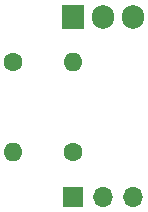
<source format=gbr>
G04 #@! TF.GenerationSoftware,KiCad,Pcbnew,(6.0.4)*
G04 #@! TF.CreationDate,2023-08-28T22:01:56+07:00*
G04 #@! TF.ProjectId,06-LM317,30362d4c-4d33-4313-972e-6b696361645f,rev?*
G04 #@! TF.SameCoordinates,Original*
G04 #@! TF.FileFunction,Copper,L1,Top*
G04 #@! TF.FilePolarity,Positive*
%FSLAX46Y46*%
G04 Gerber Fmt 4.6, Leading zero omitted, Abs format (unit mm)*
G04 Created by KiCad (PCBNEW (6.0.4)) date 2023-08-28 22:01:56*
%MOMM*%
%LPD*%
G01*
G04 APERTURE LIST*
G04 #@! TA.AperFunction,ComponentPad*
%ADD10C,1.600000*%
G04 #@! TD*
G04 #@! TA.AperFunction,ComponentPad*
%ADD11O,1.600000X1.600000*%
G04 #@! TD*
G04 #@! TA.AperFunction,ComponentPad*
%ADD12R,1.700000X1.700000*%
G04 #@! TD*
G04 #@! TA.AperFunction,ComponentPad*
%ADD13O,1.700000X1.700000*%
G04 #@! TD*
G04 #@! TA.AperFunction,ComponentPad*
%ADD14R,1.905000X2.000000*%
G04 #@! TD*
G04 #@! TA.AperFunction,ComponentPad*
%ADD15O,1.905000X2.000000*%
G04 #@! TD*
G04 APERTURE END LIST*
D10*
G04 #@! TO.P,R2,1*
G04 #@! TO.N,/ADJ*
X165100000Y-90170000D03*
D11*
G04 #@! TO.P,R2,2*
G04 #@! TO.N,GND*
X165100000Y-97790000D03*
G04 #@! TD*
D12*
G04 #@! TO.P,J1,1,Pin_1*
G04 #@! TO.N,GND*
X170180000Y-101600000D03*
D13*
G04 #@! TO.P,J1,2,Pin_2*
G04 #@! TO.N,VOUT*
X172720000Y-101600000D03*
G04 #@! TO.P,J1,3,Pin_3*
G04 #@! TO.N,VIN*
X175260000Y-101600000D03*
G04 #@! TD*
D14*
G04 #@! TO.P,U1,1,ADJ*
G04 #@! TO.N,/ADJ*
X170180000Y-86360000D03*
D15*
G04 #@! TO.P,U1,2,VO*
G04 #@! TO.N,VOUT*
X172720000Y-86360000D03*
G04 #@! TO.P,U1,3,VI*
G04 #@! TO.N,VIN*
X175260000Y-86360000D03*
G04 #@! TD*
D10*
G04 #@! TO.P,R1,1*
G04 #@! TO.N,VOUT*
X170180000Y-97790000D03*
D11*
G04 #@! TO.P,R1,2*
G04 #@! TO.N,/ADJ*
X170180000Y-90170000D03*
G04 #@! TD*
M02*

</source>
